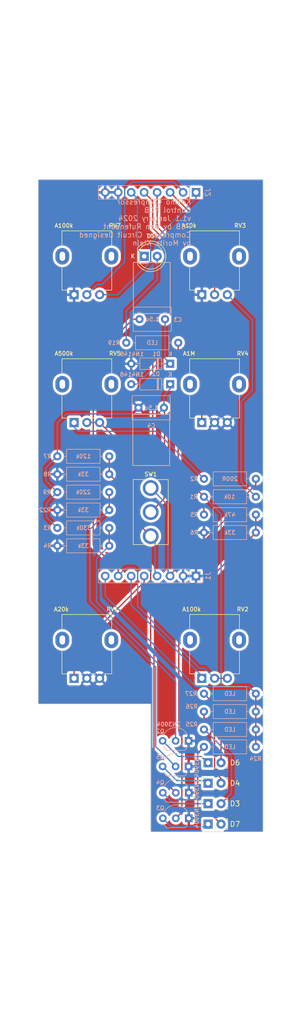
<source format=kicad_pcb>
(kicad_pcb (version 20221018) (generator pcbnew)
  (layers (0 "F.Cu" signal) (31 "B.Cu" signal) (34 "B.Paste" user) (35 "F.Paste" user) (36 "B.SilkS" user "B.Silkscreen") (37 "F.SilkS" user "F.Silkscreen") (38 "B.Mask" user) (39 "F.Mask" user) (44 "Edge.Cuts" user))
  (net 0 "")
  (net 1 "+12V")
  (net 2 "GND")
  (net 3 "MakupGainOut")
  (net 4 "Net-(D1-K)")
  (net 5 "Net-(D2-K)")
  (net 6 "Net-(D3-K)")
  (net 7 "Net-(D3-A)")
  (net 8 "Net-(D4-K)")
  (net 9 "Net-(D4-A)")
  (net 10 "LED")
  (net 11 "Net-(D5-A)")
  (net 12 "Net-(D6-K)")
  (net 13 "Net-(D6-A)")
  (net 14 "Net-(D7-K)")
  (net 15 "Net-(D7-A)")
  (net 16 "RatioIn")
  (net 17 "RatioOut")
  (net 18 "Switch")
  (net 19 "AttackIn")
  (net 20 "AttackOut")
  (net 21 "InputGain")
  (net 22 "Threshold")
  (net 23 "Release")
  (net 24 "Net-(Q2-B)")
  (net 25 "Net-(Q3-B)")
  (net 26 "Net-(Q4-B)")
  (net 27 "Net-(Q5-B)")
  (net 28 "Net-(R1-Pad2)")
  (net 29 "Net-(R2-Pad1)")
  (net 30 "MakeupGainIn")
  (footprint "AO_tht:Potentiometer_Alpha_RD901F-40-00D_Single_Vertical_centered" (layer "F.Cu") (at 87.5 125 90)
    (fp_text reference "RV2" (at 6 5.5 180) (layer "F.SilkS") (effects (font (size 0.8 0.8))))
    (fp_text value "A100k")
    (fp_text user "${VALUE}" (at 6 -4.5 180) (layer "F.SilkS") (effects (font (size 0.8 0.8))))
    (pad "" thru_hole oval (at 0 -4.8 180) (size 2.72 3.24) (drill oval 1.1 1.8) (layers "*.Cu" "*.Mask"))
    (pad "" thru_hole oval (at 0 4.8 180) (size 2.72 3.24) (drill oval 1.1 1.8) (layers "*.Cu" "*.Mask"))
    (pad "1" thru_hole rect (at -7.5 -2.5 180) (size 1.8 1.8) (drill 1) (layers "*.Cu" "*.Mask") (net 30 "MakeupGainIn"))
    (pad "2" thru_hole circle (at -7.5 0 180) (size 1.8 1.8) (drill 1) (layers "*.Cu" "*.Mask") (net 3 "MakupGainOut"))
    (pad "3" thru_hole circle (at -7.5 2.5 180) (size 1.8 1.8) (drill 1) (layers "*.Cu" "*.Mask") (net 3 "MakupGainOut"))
  )
  (footprint "AO_tht:Potentiometer_Alpha_RD901F-40-00D_Single_Vertical_centered" (layer "F.Cu") (at 87.5 75 90)
    (fp_text reference "RV4" (at 6 5.5 180) (layer "F.SilkS") (effects (font (size 0.8 0.8))))
    (fp_text value "A1M")
    (fp_text user "${VALUE}" (at 6 -5 180) (layer "F.SilkS") (effects (font (size 0.8 0.8))))
    (pad "" thru_hole oval (at 0 -4.8 180) (size 2.72 3.24) (drill oval 1.1 1.8) (layers "*.Cu" "*.Mask"))
    (pad "" thru_hole oval (at 0 4.8 180) (size 2.72 3.24) (drill oval 1.1 1.8) (layers "*.Cu" "*.Mask"))
    (pad "1" thru_hole rect (at -7.5 -2.5 180) (size 1.8 1.8) (drill 1) (layers "*.Cu" "*.Mask") (net 23 "Release"))
    (pad "2" thru_hole circle (at -7.5 0 180) (size 1.8 1.8) (drill 1) (layers "*.Cu" "*.Mask") (net 2 "GND"))
    (pad "3" thru_hole circle (at -7.5 2.5 180) (size 1.8 1.8) (drill 1) (layers "*.Cu" "*.Mask") (net 2 "GND"))
  )
  (footprint "B3_tht:LED_Rectangular_W5.0mm_H2.0mm" (layer "F.Cu") (at 86.225 149)
    (fp_text reference "D6" (at 5.275 0) (layer "F.SilkS"))
    (fp_text value "LED")
    (pad "1" thru_hole rect (at 0 0) (size 1.8 1.8) (drill 0.9) (layers "*.Cu" "*.Mask") (net 12 "Net-(D6-K)"))
    (pad "2" thru_hole circle (at 2.54 0) (size 1.8 1.8) (drill 0.9) (layers "*.Cu" "*.Mask") (net 13 "Net-(D6-A)"))
  )
  (footprint "AO_tht:Potentiometer_Alpha_RD901F-40-00D_Single_Vertical_centered" (layer "F.Cu") (at 62.5 75 90)
    (fp_text reference "RV5" (at 6 5.5 180) (layer "F.SilkS") (effects (font (size 0.8 0.8))))
    (fp_text value "A500k")
    (fp_text user "${VALUE}" (at 6 -4.5 180) (layer "F.SilkS") (effects (font (size 0.8 0.8))))
    (pad "" thru_hole oval (at 0 -4.8 180) (size 2.72 3.24) (drill oval 1.1 1.8) (layers "*.Cu" "*.Mask"))
    (pad "" thru_hole oval (at 0 4.8 180) (size 2.72 3.24) (drill oval 1.1 1.8) (layers "*.Cu" "*.Mask"))
    (pad "1" thru_hole rect (at -7.5 -2.5 180) (size 1.8 1.8) (drill 1) (layers "*.Cu" "*.Mask") (net 29 "Net-(R2-Pad1)"))
    (pad "2" thru_hole circle (at -7.5 0 180) (size 1.8 1.8) (drill 1) (layers "*.Cu" "*.Mask") (net 20 "AttackOut"))
    (pad "3" thru_hole circle (at -7.5 2.5 180) (size 1.8 1.8) (drill 1) (layers "*.Cu" "*.Mask") (net 20 "AttackOut"))
  )
  (footprint "B3_tht:LED_Rectangular_W5.0mm_H2.0mm" (layer "F.Cu") (at 86.225 153)
    (fp_text reference "D4" (at 5.275 0) (layer "F.SilkS"))
    (fp_text value "LED")
    (pad "1" thru_hole rect (at 0 0) (size 1.8 1.8) (drill 0.9) (layers "*.Cu" "*.Mask") (net 8 "Net-(D4-K)"))
    (pad "2" thru_hole circle (at 2.54 0) (size 1.8 1.8) (drill 0.9) (layers "*.Cu" "*.Mask") (net 9 "Net-(D4-A)"))
  )
  (footprint "AO_tht:Potentiometer_Alpha_RD901F-40-00D_Single_Vertical_centered" (layer "F.Cu") (at 62.5 125 90)
    (fp_text reference "RV1" (at 6 5 180) (layer "F.SilkS") (effects (font (size 0.8 0.8))))
    (fp_text value "A20k")
    (fp_text user "${VALUE}" (at 6 -5 180) (layer "F.SilkS") (effects (font (size 0.8 0.8))))
    (pad "" thru_hole oval (at 0 -4.8 180) (size 2.72 3.24) (drill oval 1.1 1.8) (layers "*.Cu" "*.Mask"))
    (pad "" thru_hole oval (at 0 4.8 180) (size 2.72 3.24) (drill oval 1.1 1.8) (layers "*.Cu" "*.Mask"))
    (pad "1" thru_hole rect (at -7.5 -2.5 180) (size 1.8 1.8) (drill 1) (layers "*.Cu" "*.Mask") (net 21 "InputGain"))
    (pad "2" thru_hole circle (at -7.5 0 180) (size 1.8 1.8) (drill 1) (layers "*.Cu" "*.Mask") (net 2 "GND"))
    (pad "3" thru_hole circle (at -7.5 2.5 180) (size 1.8 1.8) (drill 1) (layers "*.Cu" "*.Mask") (net 2 "GND"))
  )
  (footprint "AO_tht:SPDT-toggle-switch-1M-series" (layer "F.Cu") (at 75 100)
    (fp_text reference "SW1" (at 0 -7.4) (layer "F.SilkS") (effects (font (size 0.8 0.8))))
    (fp_text value "SW_SPDT")
    (pad "1" thru_hole circle (at 0 4.7) (size 3.1 3.1) (drill 2.1) (layers "*.Cu" "*.Mask") (net 20 "AttackOut"))
    (pad "2" thru_hole circle (at 0 0) (size 3.1 3.1) (drill 2.1) (layers "*.Cu" "*.Mask") (net 18 "Switch"))
    (pad "3" thru_hole circle (at 0 -4.7) (size 3.1 3.1) (drill 2.1) (layers "*.Cu" "*.Mask") (net 19 "AttackIn"))
  )
  (footprint "B3_tht:LED_Rectangular_W5.0mm_H2.0mm" (layer "F.Cu") (at 86.225 161)
    (fp_text reference "D7" (at 5.275 0) (layer "F.SilkS"))
    (fp_text value "LED_green")
    (pad "1" thru_hole rect (at 0 0) (size 1.8 1.8) (drill 0.9) (layers "*.Cu" "*.Mask") (net 14 "Net-(D7-K)"))
    (pad "2" thru_hole circle (at 2.54 0) (size 1.8 1.8) (drill 0.9) (layers "*.Cu" "*.Mask") (net 15 "Net-(D7-A)"))
  )
  (footprint "AO_tht:Potentiometer_Alpha_RD901F-40-00D_Single_Vertical_centered" (layer "F.Cu") (at 87.5 50 90)
    (fp_text reference "RV3" (at 6 5 180) (layer "F.SilkS") (effects (font (size 0.8 0.8))))
    (fp_text value "A10k")
    (fp_text user "${VALUE}" (at 6 -5 180) (layer "F.SilkS") (effects (font (size 0.8 0.8))))
    (pad "" thru_hole oval (at 0 -4.8 180) (size 2.72 3.24) (drill oval 1.1 1.8) (layers "*.Cu" "*.Mask"))
    (pad "" thru_hole oval (at 0 4.8 180) (size 2.72 3.24) (drill oval 1.1 1.8) (layers "*.Cu" "*.Mask"))
    (pad "1" thru_hole rect (at -7.5 -2.5 180) (size 1.8 1.8) (drill 1) (layers "*.Cu" "*.Mask") (net 2 "GND"))
    (pad "2" thru_hole circle (at -7.5 0 180) (size 1.8 1.8) (drill 1) (layers "*.Cu" "*.Mask") (net 22 "Threshold"))
    (pad "3" thru_hole circle (at -7.5 2.5 180) (size 1.8 1.8) (drill 1) (layers "*.Cu" "*.Mask") (net 28 "Net-(R1-Pad2)"))
  )
  (footprint "B3_tht:LED_Rectangular_W5.0mm_H2.0mm" (layer "F.Cu") (at 86.225 157)
    (fp_text reference "D3" (at 5.275 0) (layer "F.SilkS"))
    (fp_text value "LED_green")
    (pad "1" thru_hole rect (at 0 0) (size 1.8 1.8) (drill 0.9) (layers "*.Cu" "*.Mask") (net 6 "Net-(D3-K)"))
    (pad "2" thru_hole circle (at 2.54 0) (size 1.8 1.8) (drill 0.9) (layers "*.Cu" "*.Mask") (net 7 "Net-(D3-A)"))
  )
  (footprint "AO_tht:LED_D5.0mm" (layer "F.Cu") (at 73.725 50)
    (fp_text reference "D5" (at 1.27 -3.96) (layer "F.SilkS") (effects (font (size 0.8 0.8))))
    (fp_text value "LED_green")
    (fp_text user "K" (at -2.225 0) (layer "F.SilkS") (effects (font (size 0.8 0.8))))
    (pad "1" thru_hole rect (at 0 0) (size 1.8 1.8) (drill 0.9) (layers "*.Cu" "*.Mask") (net 10 "LED"))
    (pad "2" thru_hole circle (at 2.54 0) (size 1.8 1.8) (drill 0.9) (layers "*.Cu" "*.Mask") (net 11 "Net-(D5-A)"))
  )
  (footprint "AO_tht:Potentiometer_Alpha_RD901F-40-00D_Single_Vertical_centered" (layer "F.Cu") (at 62.5 50 90)
    (fp_text reference "RV7" (at 6 5.5 180) (layer "F.SilkS") (effects (font (size 0.8 0.8))))
    (fp_text value "A100k")
    (fp_text user "${VALUE}" (at 6 -4.5 180) (layer "F.SilkS") (effects (font (size 0.8 0.8))))
    (pad "" thru_hole oval (at 0 -4.8 180) (size 2.72 3.24) (drill oval 1.1 1.8) (layers "*.Cu" "*.Mask"))
    (pad "" thru_hole oval (at 0 4.8 180) (size 2.72 3.24) (drill oval 1.1 1.8) (layers "*.Cu" "*.Mask"))
    (pad "1" thru_hole rect (at -7.5 -2.5 180) (size 1.8 1.8) (drill 1) (layers "*.Cu" "*.Mask") (net 2 "GND"))
    (pad "2" thru_hole circle (at -7.5 0 180) (size 1.8 1.8) (drill 1) (layers "*.Cu" "*.Mask") (net 17 "RatioOut"))
    (pad "3" thru_hole circle (at -7.5 2.5 180) (size 1.8 1.8) (drill 1) (layers "*.Cu" "*.Mask") (net 16 "RatioIn"))
  )
  (footprint "Connector_PinHeader_2.54mm:PinHeader_1x08_P2.54mm_Vertical" (layer "B.Cu") (at 83.875 37.5 90)
    (fp_text reference "J2" (at 0 2.33 90) (layer "B.SilkS") (effects (justify mirror)))
    (fp_text value "Conn_01x08_Pin")
    (pad "1" thru_hole rect (at 0 0 90) (size 1.7 1.7) (drill 1) (layers "*.Cu" "*.Mask") (net 16 "RatioIn"))
    (pad "2" thru_hole oval (at 0 -2.54 90) (size 1.7 1.7) (drill 1) (layers "*.Cu" "*.Mask") (net 17 "RatioOut"))
    (pad "3" thru_hole oval (at 0 -5.08 90) (size 1.7 1.7) (drill 1) (layers "*.Cu" "*.Mask") (net 22 "Threshold"))
    (pad "4" thru_hole oval (at 0 -7.62 90) (size 1.7 1.7) (drill 1) (layers "*.Cu" "*.Mask") (net 23 "Release"))
    (pad "5" thru_hole oval (at 0 -10.16 90) (size 1.7 1.7) (drill 1) (layers "*.Cu" "*.Mask") (net 18 "Switch"))
    (pad "6" thru_hole oval (at 0 -12.7 90) (size 1.7 1.7) (drill 1) (layers "*.Cu" "*.Mask") (net 10 "LED"))
    (pad "7" thru_hole oval (at 0 -15.24 90) (size 1.7 1.7) (drill 1) (layers "*.Cu" "*.Mask") (net 2 "GND"))
    (pad "8" thru_hole oval (at 0 -17.78 90) (size 1.7 1.7) (drill 1) (layers "*.Cu" "*.Mask") (net 2 "GND"))
  )
  (footprint "AO_tht:R_Axial_DIN0207_L6.3mm_D2.5mm_P10.16mm_Horizontal" (layer "B.Cu") (at 66.88 106.6 180)
    (fp_text reference "R4" (at 12.08 0) (layer "B.SilkS") (effects (font (size 0.8 0.8)) (justify mirror)))
    (fp_text value "33k")
    (fp_text user "${VALUE}" (at 5.08 0) (layer "B.SilkS") (effects (font (size 0.8 0.8)) (justify mirror)))
    (pad "1" thru_hole circle (at 0 0 180) (size 1.6 1.6) (drill 0.8) (layers "*.Cu" "*.Mask") (net 24 "Net-(Q2-B)"))
    (pad "2" thru_hole oval (at 10.16 0 180) (size 1.6 1.6) (drill 0.8) (layers "*.Cu" "*.Mask") (net 2 "GND"))
  )
  (footprint "Connector_PinHeader_2.54mm:PinHeader_1x08_P2.54mm_Vertical" (layer "B.Cu") (at 83.875 112.5 90)
    (fp_text reference "J1" (at 0 2.33 90) (layer "B.SilkS") (effects (justify mirror)))
    (fp_text value "Conn_01x08_Pin")
    (pad "1" thru_hole rect (at 0 0 90) (size 1.7 1.7) (drill 1) (layers "*.Cu" "*.Mask") (net 2 "GND"))
    (pad "2" thru_hole oval (at 0 -2.54 90) (size 1.7 1.7) (drill 1) (layers "*.Cu" "*.Mask") (net 2 "GND"))
    (pad "3" thru_hole oval (at 0 -5.08 90) (size 1.7 1.7) (drill 1) (layers "*.Cu" "*.Mask") (net 19 "AttackIn"))
    (pad "4" thru_hole oval (at 0 -7.62 90) (size 1.7 1.7) (drill 1) (layers "*.Cu" "*.Mask") (net 20 "AttackOut"))
    (pad "5" thru_hole oval (at 0 -10.16 90) (size 1.7 1.7) (drill 1) (layers "*.Cu" "*.Mask") (net 21 "InputGain"))
    (pad "6" thru_hole oval (at 0 -12.7 90) (size 1.7 1.7) (drill 1) (layers "*.Cu" "*.Mask") (net 30 "MakeupGainIn"))
    (pad "7" thru_hole oval (at 0 -15.24 90) (size 1.7 1.7) (drill 1) (layers "*.Cu" "*.Mask") (net 3 "MakupGainOut"))
    (pad "8" thru_hole oval (at 0 -17.78 90) (size 1.7 1.7) (drill 1) (layers "*.Cu" "*.Mask") (net 1 "+12V"))
  )
  (footprint "AO_tht:R_Axial_DIN0207_L6.3mm_D2.5mm_P10.16mm_Horizontal" (layer "B.Cu") (at 66.88 103.1 180)
    (fp_text reference "R3" (at 12.08 0) (layer "B.SilkS") (effects (font (size 0.8 0.8)) (justify mirror)))
    (fp_text value "330k")
    (fp_text user "${VALUE}" (at 5 0) (layer "B.SilkS") (effects (font (size 0.8 0.8)) (justify mirror)))
    (pad "1" thru_hole circle (at 0 0 180) (size 1.6 1.6) (drill 0.8) (layers "*.Cu" "*.Mask") (net 24 "Net-(Q2-B)"))
    (pad "2" thru_hole oval (at 10.16 0 180) (size 1.6 1.6) (drill 0.8) (layers "*.Cu" "*.Mask") (net 5 "Net-(D2-K)"))
  )
  (footprint "AO_tht:R_Axial_DIN0207_L6.3mm_D2.5mm_P10.16mm_Horizontal" (layer "B.Cu") (at 66.88 92.6 180)
    (fp_text reference "R8" (at 12.08 0) (layer "B.SilkS") (effects (font (size 0.8 0.8)) (justify mirror)))
    (fp_text value "33k")
    (fp_text user "${VALUE}" (at 5.08 0) (layer "B.SilkS") (effects (font (size 0.8 0.8)) (justify mirror)))
    (pad "1" thru_hole circle (at 0 0 180) (size 1.6 1.6) (drill 0.8) (layers "*.Cu" "*.Mask") (net 26 "Net-(Q4-B)"))
    (pad "2" thru_hole oval (at 10.16 0 180) (size 1.6 1.6) (drill 0.8) (layers "*.Cu" "*.Mask") (net 2 "GND"))
  )
  (footprint "AO_tht:R_Axial_DIN0207_L6.3mm_D2.5mm_P10.16mm_Horizontal" (layer "B.Cu") (at 95.58 145.9 180)
    (fp_text reference "R24" (at 0.08 -2.3) (layer "B.SilkS") (effects (font (size 0.8 0.8)) (justify mirror)))
    (fp_text value "LED")
    (fp_text user "${VALUE}" (at 5.08 0) (layer "B.SilkS") (effects (font (size 0.8 0.8)) (justify mirror)))
    (pad "1" thru_hole circle (at 0 0 180) (size 1.6 1.6) (drill 0.8) (layers "*.Cu" "*.Mask") (net 1 "+12V"))
    (pad "2" thru_hole oval (at 10.16 0 180) (size 1.6 1.6) (drill 0.8) (layers "*.Cu" "*.Mask") (net 15 "Net-(D7-A)"))
  )
  (footprint "AO_tht:TO-92_Inline_Wide" (layer "B.Cu") (at 82.45 159.86 180)
    (fp_text reference "Q3" (at 5.58 2) (layer "B.SilkS") (effects (font (size 0.8 0.8)) (justify mirror)))
    (fp_text value "2N3904")
    (fp_text user "${VALUE}" (at -1.55 0.36 90) (layer "B.SilkS") (effects (font (size 0.8 0.8)) (justify mirror)))
    (pad "1" thru_hole rect (at 0 0 90) (size 1.5 1.5) (drill 0.8) (layers "*.Cu" "*.Mask") (net 2 "GND"))
    (pad "2" thru_hole circle (at 2.54 0 90) (size 1.5 1.5) (drill 0.8) (layers "*.Cu" "*.Mask") (net 25 "Net-(Q3-B)"))
    (pad "3" thru_hole circle (at 5.08 0 90) (size 1.5 1.5) (drill 0.8) (layers "*.Cu" "*.Mask") (net 14 "Net-(D7-K)"))
  )
  (footprint "AO_tht:TO-92_Inline_Wide" (layer "B.Cu") (at 82.41 149.72 180)
    (fp_text reference "Q5" (at 5.54 1.86) (layer "B.SilkS") (effects (font (size 0.8 0.8)) (justify mirror)))
    (fp_text value "2N3904")
    (fp_text user "${VALUE}" (at -1.59 0.22 90) (layer "B.SilkS") (effects (font (size 0.8 0.8)) (justify mirror)))
    (pad "1" thru_hole rect (at 0 0 90) (size 1.5 1.5) (drill 0.8) (layers "*.Cu" "*.Mask") (net 2 "GND"))
    (pad "2" thru_hole circle (at 2.54 0 90) (size 1.5 1.5) (drill 0.8) (layers "*.Cu" "*.Mask") (net 27 "Net-(Q5-B)"))
    (pad "3" thru_hole circle (at 5.08 0 90) (size 1.5 1.5) (drill 0.8) (layers "*.Cu" "*.Mask") (net 8 "Net-(D4-K)"))
  )
  (footprint "AO_tht:C_Rect_L7.2mm_W4.5mm_P5.00mm_FKS2_FKP2_MKS2_MKP2" (layer "B.Cu") (at 72.8 62.3)
    (fp_text reference "C3" (at 7.5 0.1 180) (layer "B.SilkS") (effects (font (size 0.8 0.8)) (justify mirror)))
    (fp_text value "1.5u")
    (fp_text user "${VALUE}" (at 2.5 0 180) (layer "B.SilkS") (effects (font (size 0.8 0.8)) (justify mirror)))
    (pad "1" thru_hole circle (at 0 0) (size 1.6 1.6) (drill 0.8) (layers "*.Cu" "*.Mask") (net 3 "MakupGainOut"))
    (pad "2" thru_hole circle (at 5 0) (size 1.6 1.6) (drill 0.8) (layers "*.Cu" "*.Mask") (net 4 "Net-(D1-K)"))
  )
  (footprint "AO_tht:R_Axial_DIN0207_L6.3mm_D2.5mm_P10.16mm_Horizontal" (layer "B.Cu") (at 95.58 142.5 180)
    (fp_text reference "R25" (at 12.58 1) (layer "B.SilkS") (effects (font (size 0.8 0.8)) (justify mirror)))
    (fp_text value "LED")
    (fp_text user "${VALUE}" (at 5.08 0) (layer "B.SilkS") (effects (font (size 0.8 0.8)) (justify mirror)))
    (pad "1" thru_hole circle (at 0 0 180) (size 1.6 1.6) (drill 0.8) (layers "*.Cu" "*.Mask") (net 1 "+12V"))
    (pad "2" thru_hole oval (at 10.16 0 180) (size 1.6 1.6) (drill 0.8) (layers "*.Cu" "*.Mask") (net 7 "Net-(D3-A)"))
  )
  (footprint "AO_tht:R_Axial_DIN0207_L6.3mm_D2.5mm_P10.16mm_Horizontal" (layer "B.Cu") (at 66.88 96.1 180)
    (fp_text reference "R9" (at 12.16 0) (layer "B.SilkS") (effects (font (size 0.8 0.8)) (justify mirror)))
    (fp_text value "220k")
    (fp_text user "${VALUE}" (at 5.08 0) (layer "B.SilkS") (effects (font (size 0.8 0.8)) (justify mirror)))
    (pad "1" thru_hole circle (at 0 0 180) (size 1.6 1.6) (drill 0.8) (layers "*.Cu" "*.Mask") (net 27 "Net-(Q5-B)"))
    (pad "2" thru_hole oval (at 10.16 0 180) (size 1.6 1.6) (drill 0.8) (layers "*.Cu" "*.Mask") (net 5 "Net-(D2-K)"))
  )
  (footprint "AO_tht:C_Rect_L7.2mm_W4.5mm_P5.00mm_FKS2_FKP2_MKS2_MKP2" (layer "B.Cu") (at 72.6 79.6)
    (fp_text reference "C4" (at 2.5 3.5 180) (layer "B.SilkS") (effects (font (size 0.8 0.8)) (justify mirror)))
    (fp_text value "1.5u")
    (fp_text user "${VALUE}" (at 2.5 0 180) (layer "B.SilkS") (effects (font (size 0.8 0.8)) (justify mirror)))
    (pad "1" thru_hole circle (at 0 0) (size 1.6 1.6) (drill 0.8) (layers "*.Cu" "*.Mask") (net 2 "GND"))
    (pad "2" thru_hole circle (at 5 0) (size 1.6 1.6) (drill 0.8) (layers "*.Cu" "*.Mask") (net 5 "Net-(D2-K)"))
  )
  (footprint "AO_tht:R_Axial_DIN0207_L6.3mm_D2.5mm_P10.16mm_Horizontal" (layer "B.Cu") (at 95.58 139 180)
    (fp_text reference "R26" (at 12.58 1) (layer "B.SilkS") (effects (font (size 0.8 0.8)) (justify mirror)))
    (fp_text value "LED")
    (fp_text user "${VALUE}" (at 5.08 0) (layer "B.SilkS") (effects (font (size 0.8 0.8)) (justify mirror)))
    (pad "1" thru_hole circle (at 0 0 180) (size 1.6 1.6) (drill 0.8) (layers "*.Cu" "*.Mask") (net 1 "+12V"))
    (pad "2" thru_hole oval (at 10.16 0 180) (size 1.6 1.6) (drill 0.8) (layers "*.Cu" "*.Mask") (net 9 "Net-(D4-A)"))
  )
  (footprint "AO_tht:R_Axial_DIN0207_L6.3mm_D2.5mm_P10.16mm_Horizontal" (layer "B.Cu") (at 80.38 66.9 180)
    (fp_text reference "R19" (at 12.58 0) (layer "B.SilkS") (effects (font (size 0.8 0.8)) (justify mirror)))
    (fp_text value "LED")
    (fp_text user "${VALUE}" (at 5.08 0) (layer "B.SilkS") (effects (font (size 0.8 0.8)) (justify mirror)))
    (pad "1" thru_hole circle (at 0 0 180) (size 1.6 1.6) (drill 0.8) (layers "*.Cu" "*.Mask") (net 1 "+12V"))
    (pad "2" thru_hole oval (at 10.16 0 180) (size 1.6 1.6) (drill 0.8) (layers "*.Cu" "*.Mask") (net 11 "Net-(D5-A)"))
  )
  (footprint "AO_tht:R_Axial_DIN0207_L6.3mm_D2.5mm_P10.16mm_Horizontal" (layer "B.Cu") (at 85.42 93.5)
    (fp_text reference "R2" (at -1.92 0) (layer "B.SilkS") (effects (font (size 0.8 0.8)) (justify mirror)))
    (fp_text value "200R")
    (fp_text user "${VALUE}" (at 5.08 0) (layer "B.SilkS") (effects (font (size 0.8 0.8)) (justify mirror)))
    (pad "1" thru_hole circle (at 0 0) (size 1.6 1.6) (drill 0.8) (layers "*.Cu" "*.Mask") (net 29 "Net-(R2-Pad1)"))
    (pad "2" thru_hole oval (at 10.16 0) (size 1.6 1.6) (drill 0.8) (layers "*.Cu" "*.Mask") (net 19 "AttackIn"))
  )
  (footprint "AO_tht:R_Axial_DIN0207_L6.3mm_D2.5mm_P10.16mm_Horizontal" (layer "B.Cu") (at 95.58 135.5 180)
    (fp_text reference "R27" (at 12.68 0) (layer "B.SilkS") (effects (font (size 0.8 0.8)) (justify mirror)))
    (fp_text value "LED")
    (fp_text user "${VALUE}" (at 5.08 0) (layer "B.SilkS") (effects (font (size 0.8 0.8)) (justify mirror)))
    (pad "1" thru_hole circle (at 0 0 180) (size 1.6 1.6) (drill 0.8) (layers "*.Cu" "*.Mask") (net 1 "+12V"))
    (pad "2" thru_hole oval (at 10.16 0 180) (size 1.6 1.6) (drill 0.8) (layers "*.Cu" "*.Mask") (net 13 "Net-(D6-A)"))
  )
  (footprint "AO_tht:R_Axial_DIN0207_L6.3mm_D2.5mm_P10.16mm_Horizontal" (layer "B.Cu") (at 66.88 89.1 180)
    (fp_text reference "R7" (at 12.08 0) (layer "B.SilkS") (effects (font (size 0.8 0.8)) (justify mirror)))
    (fp_text value "120k")
    (fp_text user "${VALUE}" (at 5.08 0) (layer "B.SilkS") (effects (font (size 0.8 0.8)) (justify mirror)))
    (pad "1" thru_hole circle (at 0 0 180) (size 1.6 1.6) (drill 0.8) (layers "*.Cu" "*.Mask") (net 26 "Net-(Q4-B)"))
    (pad "2" thru_hole oval (at 10.16 0 180) (size 1.6 1.6) (drill 0.8) (layers "*.Cu" "*.Mask") (net 5 "Net-(D2-K)"))
  )
  (footprint "AO_tht:R_Axial_DIN0207_L6.3mm_D2.5mm_P10.16mm_Horizontal" (layer "B.Cu") (at 66.88 99.6 180)
    (fp_text reference "R22" (at 12.58 0) (layer "B.SilkS") (effects (font (size 0.8 0.8)) (justify mirror)))
    (fp_text value "33k")
    (fp_text user "${VALUE}" (at 5.08 0) (layer "B.SilkS") (effects (font (size 0.8 0.8)) (justify mirror)))
    (pad "1" thru_hole circle (at 0 0 180) (size 1.6 1.6) (drill 0.8) (layers "*.Cu" "*.Mask") (net 27 "Net-(Q5-B)"))
    (pad "2" thru_hole oval (at 10.16 0 180) (size 1.6 1.6) (drill 0.8) (layers "*.Cu" "*.Mask") (net 2 "GND"))
  )
  (footprint "AO_tht:R_Axial_DIN0207_L6.3mm_D2.5mm_P10.16mm_Horizontal" (layer "B.Cu") (at 95.58 104 180)
    (fp_text reference "R6" (at 12.08 0) (layer "B.SilkS") (effects (font (size 0.8 0.8)) (justify mirror)))
    (fp_text value "33k")
    (fp_text user "${VALUE}" (at 5.08 0) (layer "B.SilkS") (effects (font (size 0.8 0.8)) (justify mirror)))
    (pad "1" thru_hole circle (at 0 0 180) (size 1.6 1.6) (drill 0.8) (layers "*.Cu" "*.Mask") (net 25 "Net-(Q3-B)"))
    (pad "2" thru_hole oval (at 10.16 0 180) (size 1.6 1.6) (drill 0.8) (layers "*.Cu" "*.Mask") (net 2 "GND"))
  )
  (footprint "AO_tht:R_Axial_DIN0207_L6.3mm_D2.5mm_P10.16mm_Horizontal" (layer "B.Cu") (at 85.42 97)
    (fp_text reference "R1" (at -2 0) (layer "B.SilkS") (effects (font (size 0.8 0.8)) (justify mirror)))
    (fp_text value "10k")
    (fp_text user "${VALUE}" (at 5 0) (layer "B.SilkS") (effects (font (size 0.8 0.8)) (justify mirror)))
    (pad "1" thru_hole circle (at 0 0) (size 1.6 1.6) (drill 0.8) (layers "*.Cu" "*.Mask") (net 1 "+12V"))
    (pad "2" thru_hole oval (at 10.16 0) (size 1.6 1.6) (drill 0.8) (layers "*.Cu" "*.Mask") (net 28 "Net-(R1-Pad2)"))
  )
  (footprint "AO_tht:TO-92_Inline_Wide" (layer "B.Cu") (at 82.45 154.86 180)
    (fp_text reference "Q4" (at 5.58 2) (layer "B.SilkS") (effects (font (size 0.8 0.8)) (justify mirror)))
    (fp_text value "2N3904")
    (fp_text user "${VALUE}" (at -1.55 0.36 90) (layer "B.SilkS") (effects (font (size 0.8 0.8)) (justify mirror)))
    (pad "1" thru_hole rect (at 0 0 90) (size 1.5 1.5) (drill 0.8) (layers "*.Cu" "*.Mask") (net 2 "GND"))
    (pad "2" thru_hole circle (at 2.54 0 90) (size 1.5 1.5) (drill 0.8) (layers "*.Cu" "*.Mask") (net 26 "Net-(Q4-B)"))
    (pad "3" thru_hole circle (at 5.08 0 90) (size 1.5 1.5) (drill 0.8) (layers "*.Cu" "*.Mask") (net 6 "Net-(D3-K)"))
  )
  (footprint "AO_tht:TO-92_Inline_Wide" (layer "B.Cu") (at 82.41 144.72 180)
    (fp_text reference "Q2" (at 5.54 1.86) (layer "B.SilkS") (effects (font (size 0.8 0.8)) (justify mirror)))
    (fp_text value "2N3904")
    (fp_text user "${VALUE}" (at 3.91 3.22 180) (layer "B.SilkS") (effects (font (size 0.8 0.8)) (justify mirror)))
    (pad "1" thru_hole rect (at 0 0 90) (size 1.5 1.5) (drill 0.8) (layers "*.Cu" "*.Mask") (net 2 "GND"))
    (pad "2" thru_hole circle (at 2.54 0 90) (size 1.5 1.5) (drill 0.8) (layers "*.Cu" "*.Mask") (net 24 "Net-(Q2-B)"))
    (pad "3" thru_hole circle (at 5.08 0 90) (size 1.5 1.5) (drill 0.8) (layers "*.Cu" "*.Mask") (net 12 "Net-(D6-K)"))
  )
  (footprint "AO_tht:D_DO-35_SOD27_P7.62mm_Horizontal" (layer "B.Cu") (at 78.81 71 180)
    (fp_text reference "D1" (at 2.7 1.9) (layer "B.SilkS") (effects (font (size 0.8 0.8)) (justify mirror)))
    (fp_text value "1N4148")
    (fp_text user "${VALUE}" (at 7.5 1.9) (layer "B.SilkS") (effects (font (size 0.8 0.8)) (justify mirror)))
    (fp_text user "K" (at 0 1.905) (layer "B.SilkS") (effects (font (size 0.8 0.8)) (justify mirror)))
    (pad "1" thru_hole rect (at 0 0 180) (size 1.6 1.6) (drill 0.8) (layers "*.Cu" "*.Mask") (net 4 "Net-(D1-K)"))
    (pad "2" thru_hole oval (at 7.62 0 180) (size 1.6 1.6) (drill 0.8) (layers "*.Cu" "*.Mask") (net 2 "GND"))
  )
  (footprint "AO_tht:D_DO-35_SOD27_P7.62mm_Horizontal" (layer "B.Cu") (at 78.81 75 180)
    (fp_text reference "D2" (at 2.81 2) (layer "B.SilkS") (effects (font (size 0.8 0.8)) (justify mirror)))
    (fp_text value "1N4148")
    (fp_text user "K" (at 0 1.905) (layer "B.SilkS") (effects (font (size 0.8 0.8)) (justify mirror)))
    (fp_text user "${VALUE}" (at 7.5 1.9) (layer "B.SilkS") (effects (font (size 0.8 0.8)) (justify mirror)))
    (pad "1" thru_hole rect (at 0 0 180) (size 1.6 1.6) (drill 0.8) (layers "*.Cu" "*.Mask") (net 5 "Net-(D2-K)"))
    (pad "2" thru_hole oval (at 7.62 0 180) (size 1.6 1.6) (drill 0.8) (layers "*.Cu" "*.Mask") (net 4 "Net-(D1-K)"))
  )
  (footprint "AO_tht:R_Axial_DIN0207_L6.3mm_D2.5mm_P10.16mm_Horizontal" (layer "B.Cu") (at 95.58 100.5 180)
    (fp_text reference "R5" (at 12.08 0) (layer "B.SilkS") (effects (font (size 0.8 0.8)) (justify mirror)))
    (fp_text value "47k")
    (fp_text user "${VALUE}" (at 5.08 0) (layer "B.SilkS") (effects (font (size 0.8 0.8)) (justify mirror)))
    (pad "1" thru_hole circle (at 0 0 180) (size 1.6 1.6) (drill 0.8) (layers "*.Cu" "*.Mask") (net 25 "Net-(Q3-B)"))
    (pad "2" thru_hole oval (at 10.16 0 180) (size 1.6 1.6) (drill 0.8) (layers "*.Cu" "*.Mask") (net 5 "Net-(D2-K)"))
  )
  (gr_rect (start 71.5 80.9) (end 78.7 90.9) (stroke (width 0.15)) (fill none) (layer "B.SilkS"))
  (gr_rect (start 71.6 51.2) (end 78.8 61.2) (stroke (width 0.15)) (fill none) (layer "B.SilkS"))
  (gr_line (start 53 137.5) (end 53 35) (stroke (width 0.1)) (layer "Edge.Cuts"))
  (gr_line (start 97 162.5) (end 75 162.5) (stroke (width 0.1)) (layer "Edge.Cuts"))
  (gr_line (start 53 35) (end 97 35) (stroke (width 0.1)) (layer "Edge.Cuts"))
  (gr_line (start 75 137.5) (end 75 162.5) (stroke (width 0.1)) (layer "Edge.Cuts"))
  (gr_line (start 97 35) (end 97 162.5) (stroke (width 0.1)) (layer "Edge.Cuts"))
  (gr_line (start 53 137.5) (end 75 137.5) (stroke (width 0.1)) (layer "Edge.Cuts"))
  (gr_text "Kosmo Compressor\nControl PCB\nv1.1 January 2024\nPCB by Ben Rufenacht\nCompressor Circuit Designed \nby Moritz Klein" (at 83 48) (layer "B.SilkS") (effects (font (size 1 1)) (justify left bottom mirror)))
  (segment (start 95.58 142.5) (end 95.58 139) (width 0.25) (layer "F.Cu") (net 1))
  (segment (start 80.38 91.96) (end 80.38 66.9) (width 0.25) (layer "F.Cu") (net 1))
  (segment (start 95.58 142.5) (end 95.58 145.9) (width 0.25) (layer "F.Cu") (net 1))
  (segment (start 66.095 112.5) (end 66.095 112.595) (width 0.25) (layer "F.Cu") (net 1))
  (segment (start 85.42 97) (end 80.38 91.96) (width 0.25) (layer "F.Cu") (net 1))
  (segment (start 95.58 135.5) (end 95.58 139) (width 0.25) (layer "F.Cu") (net 1))
  (segment (start 66.095 112.5) (end 66.095 116.395) (width 0.25) (layer "B.Cu") (net 1))
  (segment (start 88.7 134.1) (end 88.775 134.025) (width 0.25) (layer "B.Cu") (net 1))
  (segment (start 83.8 134.1) (end 88.7 134.1) (width 0.25) (layer "B.Cu") (net 1))
  (segment (start 94.18 134.1) (end 95.58 135.5) (width 0.25) (layer "B.Cu") (net 1))
  (segment (start 88.7 134.1) (end 94.18 134.1) (width 0.25) (layer "B.Cu") (net 1))
  (segment (start 88.775 134.025) (end 88.775 100.355) (width 0.25) (layer "B.Cu") (net 1))
  (segment (start 88.775 100.355) (end 85.42 97) (width 0.25) (layer "B.Cu") (net 1))
  (segment (start 66.095 116.395) (end 83.8 134.1) (width 0.25) (layer "B.Cu") (net 1))
  (segment (start 68.635 112.5) (end 68.635 111.3231) (width 0.25) (layer "F.Cu") (net 3))
  (segment (start 63.7501 70.0499) (end 71.5 62.3) (width 0.25) (layer "F.Cu") (net 3))
  (segment (start 68.635 111.3231) (end 63.7501 106.4382) (width 0.25) (layer "F.Cu") (net 3))
  (segment (start 90 132.5) (end 87.5 132.5) (width 0.25) (layer "F.Cu") (net 3))
  (segment (start 71.5 62.3) (end 72.8 62.3) (width 0.25) (layer "F.Cu") (net 3))
  (segment (start 63.7501 106.4382) (end 63.7501 70.0499) (width 0.25) (layer "F.Cu") (net 3))
  (segment (start 72.445 118.445) (end 84.5 130.5) (width 0.25) (layer "B.Cu") (net 3))
  (segment (start 72.445 111.545) (end 72.445 118.445) (width 0.25) (layer "B.Cu") (net 3))
  (segment (start 68.635 112.465) (end 70.2 110.9) (width 0.25) (layer "B.Cu") (net 3))
  (segment (start 71.8 110.9) (end 72.445 111.545) (width 0.25) (layer "B.Cu") (net 3))
  (segment (start 68.635 112.5) (end 68.635 112.465) (width 0.25) (layer "B.Cu") (net 3))
  (segment (start 87.5 132.5) (end 88 132.5) (width 0.25) (layer "B.Cu") (net 3))
  (segment (start 70.2 110.9) (end 71.8 110.9) (width 0.25) (layer "B.Cu") (net 3))
  (segment (start 85.5 130.5) (end 87.5 132.5) (width 0.25) (layer "B.Cu") (net 3))
  (segment (start 84.5 130.5) (end 85.5 130.5) (width 0.25) (layer "B.Cu") (net 3))
  (segment (start 72.3169 75) (end 76.3169 71) (width 0.25) (layer "B.Cu") (net 4))
  (segment (start 76.3169 71) (end 78.81 71) (width 0.25) (layer "B.Cu") (net 4))
  (segment (start 78.81 71) (end 77.8 69.99) (width 0.25) (layer "B.Cu") (net 4))
  (segment (start 77.8 69.99) (end 77.8 62.3) (width 0.25) (layer "B.Cu") (net 4))
  (segment (start 71.19 75) (end 72.3169 75) (width 0.25) (layer "B.Cu") (net 4))
  (segment (start 77.7 79.7) (end 77.7 91.6531) (width 0.25) (layer "F.Cu") (net 5))
  (segment (start 77.6 79.6) (end 77.7 79.7) (width 0.25) (layer "F.Cu") (net 5))
  (segment (start 77.7 91.6531) (end 85.42 99.3731) (width 0.25) (layer "F.Cu") (net 5))
  (segment (start 85.42 99.3731) (end 85.42 100.5) (width 0.25) (layer "F.Cu") (net 5))
  (segment (start 76.4 80.8) (end 58.5 80.8) (width 0.25) (layer "B.Cu") (net 5))
  (segment (start 56.72 82.58) (end 56.72 89.1) (width 0.25) (layer "B.Cu") (net 5))
  (segment (start 54.5 93.9) (end 56.7 96.1) (width 0.25) (layer "B.Cu") (net 5))
  (segment (start 54.6 98.22) (end 54.6 101) (width 0.25) (layer "B.Cu") (net 5))
  (segment (start 54.5 91.3) (end 54.5 93.9) (width 0.25) (layer "B.Cu") (net 5))
  (segment (start 56.72 89.1) (end 56.7 89.1) (width 0.25) (layer "B.Cu") (net 5))
  (segment (start 77.6 79.6) (end 76.4 80.8) (width 0.25) (layer "B.Cu") (net 5))
  (segment (start 56.7 89.1) (end 54.5 91.3) (width 0.25) (layer "B.Cu") (net 5))
  (segment (start 54.6 101) (end 56.7 103.1) (width 0.25) (layer "B.Cu") (net 5))
  (segment (start 58.5 80.8) (end 56.72 82.58) (width 0.25) (layer "B.Cu") (net 5))
  (segment (start 77.6 77.15) (end 77.6 79.6) (width 0.25) (layer "B.Cu") (net 5))
  (segment (start 56.7 103.1) (end 56.72 103.1) (width 0.25) (layer "B.Cu") (net 5))
  (segment (start 56.7 96.1) (end 56.72 96.1) (width 0.25) (layer "B.Cu") (net 5))
  (segment (start 78.81 75.94) (end 77.6 77.15) (width 0.25) (layer "B.Cu") (net 5))
  (segment (start 56.72 96.1) (end 54.6 98.22) (width 0.25) (layer "B.Cu") (net 5))
  (segment (start 78.81 75) (end 78.81 75.94) (width 0.25) (layer "B.Cu") (net 5))
  (segment (start 77.37 154.86) (end 79.51 157) (width 0.25) (layer "B.Cu") (net 6))
  (segment (start 79.51 157) (end 86.225 157) (width 0.25) (layer "B.Cu") (net 6))
  (segment (start 90.8 154.965) (end 88.765 157) (width 0.25) (layer "B.Cu") (net 7))
  (segment (start 85.5 142.5) (end 90.8 147.8) (width 0.25) (layer "B.Cu") (net 7))
  (segment (start 85.42 142.5) (end 85.5 142.5) (width 0.25) (layer "B.Cu") (net 7))
  (segment (start 90.8 147.8) (end 90.8 154.965) (width 0.25) (layer "B.Cu") (net 7))
  (segment (start 85.725 152.5) (end 86.225 153) (width 0.25) (layer "B.Cu") (net 8))
  (segment (start 80.11 152.5) (end 85.725 152.5) (width 0.25) (layer "B.Cu") (net 8))
  (segment (start 77.33 149.72) (end 80.11 152.5) (width 0.25) (layer "B.Cu") (net 8))
  (segment (start 87.495 150.795) (end 88.765 152.065) (width 0.25) (layer "F.Cu") (net 9))
  (segment (start 85.42 140.127) (end 87.495 142.202) (width 0.25) (layer "F.Cu") (net 9))
  (segment (start 88.765 152.065) (end 88.765 153) (width 0.25) (layer "F.Cu") (net 9))
  (segment (start 85.42 139) (end 85.42 140.127) (width 0.25) (layer "F.Cu") (net 9))
  (segment (start 87.495 142.202) (end 87.495 150.795) (width 0.25) (layer "F.Cu") (net 9))
  (segment (start 72.4 38.725) (end 72.4 48.675) (width 0.25) (layer "B.Cu") (net 10))
  (segment (start 71.175 37.5) (end 72.4 38.725) (width 0.25) (layer "B.Cu") (net 10))
  (segment (start 72.4 48.675) (end 73.725 50) (width 0.25) (layer "B.Cu") (net 10))
  (segment (start 70.22 66.9) (end 70.22 60.6531) (width 0.25) (layer "B.Cu") (net 11))
  (segment (start 70.22 60.6531) (end 76.265 54.6081) (width 0.25) (layer "B.Cu") (net 11))
  (segment (start 76.265 54.6081) (end 76.265 50) (width 0.25) (layer "B.Cu") (net 11))
  (segment (start 86.1 149) (end 86.225 149) (width 0.25) (layer "B.Cu") (net 12))
  (segment (start 80.3831 147.773) (end 84.873 147.773) (width 0.25) (layer "B.Cu") (net 12))
  (segment (start 77.33 144.72) (end 80.3831 147.773) (width 0.25) (layer "B.Cu") (net 12))
  (segment (start 84.873 147.773) (end 86.1 149) (width 0.25) (layer "B.Cu") (net 12))
  (segment (start 88.765 149) (end 88.765 138.845) (width 0.25) (layer "F.Cu") (net 13))
  (segment (start 88.765 138.845) (end 85.42 135.5) (width 0.25) (layer "F.Cu") (net 13))
  (segment (start 77.37 159.86) (end 79.01 161.5) (width 0.25) (layer "B.Cu") (net 14))
  (segment (start 79.01 161.5) (end 85.725 161.5) (width 0.25) (layer "B.Cu") (net 14))
  (segment (start 85.725 161.5) (end 86.225 161) (width 0.25) (layer "B.Cu") (net 14))
  (segment (start 84.2 158.1) (end 84.2 147.12) (width 0.25) (layer "F.Cu") (net 15))
  (segment (start 84.2 147.12) (end 85.42 145.9) (width 0.25) (layer "F.Cu") (net 15))
  (segment (start 88.765 161) (end 86.965 159.2) (width 0.25) (layer "F.Cu") (net 15))
  (segment (start 86.965 159.2) (end 85.3 159.2) (width 0.25) (layer "F.Cu") (net 15))
  (segment (start 85.3 159.2) (end 84.2 158.1) (width 0.25) (layer "F.Cu") (net 15))
  (segment (start 83.875 37.5) (end 83.875 38.6769) (width 0.25) (layer "B.Cu") (net 16))
  (segment (start 74.9949 47.557) (end 74.9949 50.998) (width 0.25) (layer "B.Cu") (net 16))
  (segment (start 74.9949 50.998) (end 68.4929 57.5) (width 0.25) (layer "B.Cu") (net 16))
  (segment (start 83.875 38.6769) (end 74.9949 47.557) (width 0.25) (layer "B.Cu") (net 16))
  (segment (start 68.4929 57.5) (end 65 57.5) (width 0.25) (layer "B.Cu") (net 16))
  (segment (start 65.5 55.5) (end 69.9 51.1) (width 0.25) (layer "B.Cu") (net 17))
  (segment (start 69.9 51.1) (end 69.9 36.9) (width 0.25) (layer "B.Cu") (net 17))
  (segment (start 81.335 37.3221) (end 81.335 37.5) (width 0.25) (layer "B.Cu") (net 17))
  (segment (start 71.3 35.5) (end 79.5129 35.5) (width 0.25) (layer "B.Cu") (net 17))
  (segment (start 69.9 36.9) (end 71.3 35.5) (width 0.25) (layer "B.Cu") (net 17))
  (segment (start 79.5129 35.5) (end 81.335 37.3221) (width 0.25) (layer "B.Cu") (net 17))
  (segment (start 62.5 57.5) (end 64.5 55.5) (width 0.25) (layer "B.Cu") (net 17))
  (segment (start 64.5 55.5) (end 65.5 55.5) (width 0.25) (layer "B.Cu") (net 17))
  (segment (start 73.715 37.5) (end 75.4 39.185) (width 0.25) (layer "F.Cu") (net 18))
  (segment (start 77.9 47) (end 77.9 59) (width 0.25) (layer "F.Cu") (net 18))
  (segment (start 75.4 39.185) (end 75.4 44.5) (width 0.25) (layer "F.Cu") (net 18))
  (segment (start 75.4 92.3417) (end 77.6 94.5417) (width 0.25) (layer "F.Cu") (net 18))
  (segment (start 75.4 61.5) (end 75.4 92.3417) (width 0.25) (layer "F.Cu") (net 18))
  (segment (start 77.6 94.5417) (end 77.6 97.4) (width 0.25) (layer "F.Cu") (net 18))
  (segment (start 75.4 44.5) (end 77.9 47) (width 0.25) (layer "F.Cu") (net 18))
  (segment (start 77.6 97.4) (end 75 100) (width 0.25) (layer "F.Cu") (net 18))
  (segment (start 77.9 59) (end 75.4 61.5) (width 0.25) (layer "F.Cu") (net 18))
  (segment (start 78.5 112.205) (end 78.6475 112.3525) (width 0.25) (layer "F.Cu") (net 19))
  (segment (start 78.6475 112.3525) (end 78.795 112.5) (width 0.25) (layer "F.Cu") (net 19))
  (segment (start 95.58 93.5) (end 95.58 94.6269) (width 0.25) (layer "F.Cu") (net 19))
  (segment (start 78.7242 112.3525) (end 93.2054 97.8713) (width 0.25) (layer "F.Cu") (net 19))
  (segment (start 78.6475 112.3525) (end 78.7242 112.3525) (width 0.25) (layer "F.Cu") (net 19))
  (segment (start 93.2054 97.8713) (end 93.2054 97.0015) (width 0.25) (layer "F.Cu") (net 19))
  (segment (start 93.2054 97.0015) (end 95.58 94.6269) (width 0.25) (layer "F.Cu") (net 19))
  (segment (start 78.3905 112.5) (end 77.986 112.5) (width 0.25) (layer "B.Cu") (net 19))
  (segment (start 78.3905 112.5) (end 78.3905 98.6905) (width 0.25) (layer "B.Cu") (net 19))
  (segment (start 78.3905 98.6905) (end 75 95.3) (width 0.25) (layer "B.Cu") (net 19))
  (segment (start 78.795 112.5) (end 78.3905 112.5) (width 0.25) (layer "B.Cu") (net 19))
  (segment (start 72.2 89.7) (end 72.2 101.9) (width 0.25) (layer "F.Cu") (net 20))
  (segment (start 65 82.5) (end 72.2 89.7) (width 0.25) (layer "F.Cu") (net 20))
  (segment (start 72.2 101.9) (end 75 104.7) (width 0.25) (layer "F.Cu") (net 20))
  (segment (start 76.255 112.5) (end 75.8505 112.5) (width 0.25) (layer "B.Cu") (net 20))
  (segment (start 65 82.5) (end 62.5 82.5) (width 0.25) (layer "B.Cu") (net 20))
  (segment (start 75.8505 112.5) (end 75.8505 105.5505) (width 0.25) (layer "B.Cu") (net 20))
  (segment (start 75.8505 112.5) (end 75.4459 112.5) (width 0.25) (layer "B.Cu") (net 20))
  (segment (start 75.8505 105.5505) (end 75 104.7) (width 0.25) (layer "B.Cu") (net 20))
  (segment (start 60 127.3919) (end 60 132.5) (width 0.25) (layer "F.Cu") (net 21))
  (segment (start 73.715 112.5) (end 73.715 113.6769) (width 0.25) (layer "F.Cu") (net 21))
  (segment (start 73.715 113.6769) (end 60 127.3919) (width 0.25) (layer "F.Cu") (net 21))
  (segment (start 78.795 37.5) (end 87.5 46.205) (width 0.25) (layer "F.Cu") (net 22))
  (segment (start 87.5 46.205) (end 87.5 57.5) (width 0.25) (layer "F.Cu") (net 22))
  (segment (start 78.5 46.5) (end 76.255 44.255) (width 0.25) (layer "F.Cu") (net 23))
  (segment (start 85 82.5) (end 85 62.1) (width 0.25) (layer "F.Cu") (net 23))
  (segment (start 85 62.1) (end 78.5 55.6) (width 0.25) (layer "F.Cu") (net 23))
  (segment (start 78.5 55.6) (end 78.5 46.5) (width 0.25) (layer "F.Cu") (net 23))
  (segment (start 76.255 44.255) (end 76.255 37.5) (width 0.25) (layer "F.Cu") (net 23))
  (segment (start 79.87 144.72) (end 80.08 144.51) (width 0.25) (layer "F.Cu") (net 24))
  (segment (start 66.88 103.1) (end 66.88 106.6) (width 0.25) (layer "F.Cu") (net 24))
  (segment (start 79.87 144.72) (end 79.87 133.048) (width 0.25) (layer "B.Cu") (net 24))
  (segment (start 79.87 133.048) (end 64.4 117.578) (width 0.25) (layer "B.Cu") (net 24))
  (segment (start 64.4 109.08) (end 66.88 106.6) (width 0.25) (layer "B.Cu") (net 24))
  (segment (start 64.4 117.578) (end 64.4 109.08) (width 0.25) (layer "B.Cu") (net 24))
  (segment (start 80.5 142.9) (end 80.5 119.08) (width 0.25) (layer "F.Cu") (net 25))
  (segment (start 95.58 100.5) (end 95.58 104) (width 0.25) (layer "F.Cu") (net 25))
  (segment (start 80.5 119.08) (end 95.58 104) (width 0.25) (layer "F.Cu") (net 25))
  (segment (start 81.1 143.5) (end 80.5 142.9) (width 0.25) (layer "F.Cu") (net 25))
  (segment (start 79.91 159.86) (end 81.1 158.67) (width 0.25) (layer "F.Cu") (net 25))
  (segment (start 81.1 158.67) (end 81.1 143.5) (width 0.25) (layer "F.Cu") (net 25))
  (segment (start 74.985 127.0043) (end 74.985 110.85) (width 0.25) (layer "F.Cu") (net 26))
  (segment (start 75.6357 127.655) (end 74.985 127.0043) (width 0.25) (layer "F.Cu") (net 26))
  (segment (start 75.6357 150.586) (end 79.91 154.86) (width 0.25) (layer "F.Cu") (net 26))
  (segment (start 75.6357 127.655) (end 75.6357 150.586) (width 0.25) (layer "F.Cu") (net 26))
  (segment (start 74.985 110.85) (end 69.186 105.051) (width 0.25) (layer "F.Cu") (net 26))
  (segment (start 66.88 89.1) (end 66.88 92.6) (width 0.25) (layer "F.Cu") (net 26))
  (segment (start 69.186 105.051) (end 69.186 94.906) (width 0.25) (layer "F.Cu") (net 26))
  (segment (start 69.186 94.906) (end 66.88 92.6) (width 0.25) (layer "F.Cu") (net 26))
  (segment (start 66.88 99.6) (end 66.88 96.1) (width 0.25) (layer "F.Cu") (net 27))
  (segment (start 75.9774 130.2774) (end 75.9774 145.8274) (width 0.25) (layer "B.Cu") (net 27))
  (segment (start 66.88 99.6) (end 63.1 103.38) (width 0.25) (layer "B.Cu") (net 27))
  (segment (start 63.1 103.38) (end 63.1 117.4) (width 0.25) (layer "B.Cu") (net 27))
  (segment (start 75.9774 145.8274) (end 79.87 149.72) (width 0.25) (layer "B.Cu") (net 27))
  (segment (start 63.1 117.4) (end 75.9774 130.2774) (width 0.25) (layer "B.Cu") (net 27))
  (segment (start 95.58 97) (end 92.7 94.12) (width 0.25) (layer "B.Cu") (net 28))
  (segment (start 92.7 94.12) (end 92.7 78.4) (width 0.25) (layer "B.Cu") (net 28))
  (segment (start 94.9 62.4) (end 90 57.5) (width 0.25) (layer "B.Cu") (net 28))
  (segment (start 92.7 78.4) (end 94.9 76.2) (width 0.25) (layer "B.Cu") (net 28))
  (segment (start 94.9 76.2) (end 94.9 62.4) (width 0.25) (layer "B.Cu") (net 28))
  (segment (start 60 83.4) (end 60.8 84.2) (width 0.25) (layer "B.Cu") (net 29))
  (segment (start 60.8 84.2) (end 76.12 84.2) (width 0.25) (layer "B.Cu") (net 29))
  (segment (start 76.12 84.2) (end 85.42 93.5) (width 0.25) (layer "B.Cu") (net 29))
  (segment (start 60 82.5) (end 60 83.4) (width 0.25) (layer "B.Cu") (net 29))
  (segment (start 71.175 118.175) (end 85 132) (width 0.25) (layer "B.Cu") (net 30))
  (segment (start 71.175 112.5) (end 71.175 118.175) (width 0.25) (layer "B.Cu") (net 30))
  (segment (start 85 132) (end 85 132.5) (width 0.25) (layer "B.Cu") (net 30))
  (zone (net 2) (net_name "GND") (layer "F.Cu") (connect_pads (clearance 0.5)) (min_thickness 0.25) (fill yes (thermal_gap 0.5) (thermal_bridge_width 0.5))
    (polygon (pts (xy 51 33.5) (xy 99 33) (xy 98.5 164.5) (xy 48.5 164)))
  )
  (zone (net 2) (net_name "GND") (layer "B.Cu") (priority 1) (connect_pads (clearance 0.5)) (min_thickness 0.25) (fill yes (thermal_gap 0.5) (thermal_bridge_width 0.5))
    (polygon (pts (xy 48 31.5) (xy 101.5 31.5) (xy 100 166.5) (xy 45.5 166.5)))
  )
)
</source>
